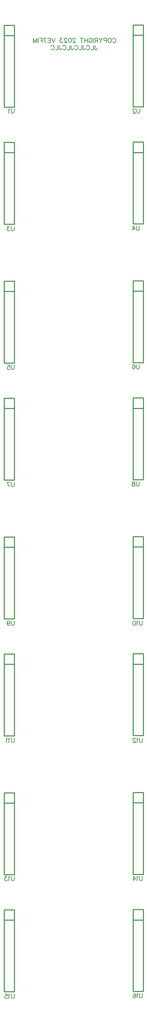
<source format=gbo>
G04 Layer: BottomSilkscreenLayer*
G04 EasyEDA v6.5.34, 2023-09-06 22:56:04*
G04 2fa0d92a81ff4a44aa565c36b1e7baf9,5a6b42c53f6a479593ecc07194224c93,10*
G04 Gerber Generator version 0.2*
G04 Scale: 100 percent, Rotated: No, Reflected: No *
G04 Dimensions in millimeters *
G04 leading zeros omitted , absolute positions ,4 integer and 5 decimal *
%FSLAX45Y45*%
%MOMM*%

%ADD10C,0.1520*%
%ADD11C,0.1524*%
%ADD12C,0.2540*%

%LPD*%
D10*
X7555344Y26340838D02*
G01*
X7555344Y26257712D01*
X7560541Y26242124D01*
X7565735Y26236929D01*
X7576126Y26231735D01*
X7586517Y26231735D01*
X7596908Y26236929D01*
X7602105Y26242124D01*
X7607300Y26257712D01*
X7607300Y26268103D01*
X7521054Y26340838D02*
G01*
X7521054Y26231735D01*
X7521054Y26231735D02*
G01*
X7458709Y26231735D01*
X7346487Y26314862D02*
G01*
X7351684Y26325253D01*
X7362075Y26335644D01*
X7372464Y26340838D01*
X7393246Y26340838D01*
X7403637Y26335644D01*
X7414028Y26325253D01*
X7419225Y26314862D01*
X7424420Y26299274D01*
X7424420Y26273297D01*
X7419225Y26257712D01*
X7414028Y26247321D01*
X7403637Y26236929D01*
X7393246Y26231735D01*
X7372464Y26231735D01*
X7362075Y26236929D01*
X7351684Y26247321D01*
X7346487Y26257712D01*
X7260244Y26340838D02*
G01*
X7260244Y26257712D01*
X7265438Y26242124D01*
X7270635Y26236929D01*
X7281024Y26231735D01*
X7291415Y26231735D01*
X7301806Y26236929D01*
X7307003Y26242124D01*
X7312197Y26257712D01*
X7312197Y26268103D01*
X7225954Y26340838D02*
G01*
X7225954Y26231735D01*
X7225954Y26231735D02*
G01*
X7163607Y26231735D01*
X7051385Y26314862D02*
G01*
X7056582Y26325253D01*
X7066973Y26335644D01*
X7077364Y26340838D01*
X7098144Y26340838D01*
X7108535Y26335644D01*
X7118926Y26325253D01*
X7124123Y26314862D01*
X7129317Y26299274D01*
X7129317Y26273297D01*
X7124123Y26257712D01*
X7118926Y26247321D01*
X7108535Y26236929D01*
X7098144Y26231735D01*
X7077364Y26231735D01*
X7066973Y26236929D01*
X7056582Y26247321D01*
X7051385Y26257712D01*
X6965142Y26340838D02*
G01*
X6965142Y26257712D01*
X6970336Y26242124D01*
X6975533Y26236929D01*
X6985924Y26231735D01*
X6996315Y26231735D01*
X7006704Y26236929D01*
X7011901Y26242124D01*
X7017095Y26257712D01*
X7017095Y26268103D01*
X6930852Y26340838D02*
G01*
X6930852Y26231735D01*
X6930852Y26231735D02*
G01*
X6868505Y26231735D01*
X6756285Y26314862D02*
G01*
X6761479Y26325253D01*
X6771871Y26335644D01*
X6782262Y26340838D01*
X6803044Y26340838D01*
X6813435Y26335644D01*
X6823824Y26325253D01*
X6829021Y26314862D01*
X6834215Y26299274D01*
X6834215Y26273297D01*
X6829021Y26257712D01*
X6823824Y26247321D01*
X6813435Y26236929D01*
X6803044Y26231735D01*
X6782262Y26231735D01*
X6771871Y26236929D01*
X6761479Y26247321D01*
X6756285Y26257712D01*
X6670040Y26340838D02*
G01*
X6670040Y26257712D01*
X6675234Y26242124D01*
X6680431Y26236929D01*
X6690822Y26231735D01*
X6701213Y26231735D01*
X6711604Y26236929D01*
X6716798Y26242124D01*
X6721995Y26257712D01*
X6721995Y26268103D01*
X6635750Y26340838D02*
G01*
X6635750Y26231735D01*
X6635750Y26231735D02*
G01*
X6573405Y26231735D01*
X6461183Y26314862D02*
G01*
X6466377Y26325253D01*
X6476768Y26335644D01*
X6487159Y26340838D01*
X6507942Y26340838D01*
X6518333Y26335644D01*
X6528724Y26325253D01*
X6533918Y26314862D01*
X6539115Y26299274D01*
X6539115Y26273297D01*
X6533918Y26257712D01*
X6528724Y26247321D01*
X6518333Y26236929D01*
X6507942Y26231735D01*
X6487159Y26231735D01*
X6476768Y26236929D01*
X6466377Y26247321D01*
X6461183Y26257712D01*
D11*
X7999267Y26492662D02*
G01*
X8004464Y26503053D01*
X8014855Y26513444D01*
X8025244Y26518638D01*
X8046026Y26518638D01*
X8056417Y26513444D01*
X8066808Y26503053D01*
X8072005Y26492662D01*
X8077200Y26477074D01*
X8077200Y26451097D01*
X8072005Y26435512D01*
X8066808Y26425121D01*
X8056417Y26414729D01*
X8046026Y26409535D01*
X8025244Y26409535D01*
X8014855Y26414729D01*
X8004464Y26425121D01*
X7999267Y26435512D01*
X7933804Y26518638D02*
G01*
X7944195Y26513444D01*
X7954586Y26503053D01*
X7959783Y26492662D01*
X7964977Y26477074D01*
X7964977Y26451097D01*
X7959783Y26435512D01*
X7954586Y26425121D01*
X7944195Y26414729D01*
X7933804Y26409535D01*
X7913024Y26409535D01*
X7902633Y26414729D01*
X7892242Y26425121D01*
X7887045Y26435512D01*
X7881851Y26451097D01*
X7881851Y26477074D01*
X7887045Y26492662D01*
X7892242Y26503053D01*
X7902633Y26513444D01*
X7913024Y26518638D01*
X7933804Y26518638D01*
X7847561Y26518638D02*
G01*
X7847561Y26409535D01*
X7847561Y26518638D02*
G01*
X7800802Y26518638D01*
X7785214Y26513444D01*
X7780020Y26508247D01*
X7774825Y26497856D01*
X7774825Y26482271D01*
X7780020Y26471879D01*
X7785214Y26466685D01*
X7800802Y26461488D01*
X7847561Y26461488D01*
X7740535Y26518638D02*
G01*
X7698971Y26466685D01*
X7698971Y26409535D01*
X7657406Y26518638D02*
G01*
X7698971Y26466685D01*
X7623116Y26518638D02*
G01*
X7623116Y26409535D01*
X7623116Y26518638D02*
G01*
X7576357Y26518638D01*
X7560772Y26513444D01*
X7555575Y26508247D01*
X7550381Y26497856D01*
X7550381Y26487465D01*
X7555575Y26477074D01*
X7560772Y26471879D01*
X7576357Y26466685D01*
X7623116Y26466685D01*
X7586748Y26466685D02*
G01*
X7550381Y26409535D01*
X7516091Y26518638D02*
G01*
X7516091Y26409535D01*
X7403868Y26492662D02*
G01*
X7409065Y26503053D01*
X7419454Y26513444D01*
X7429845Y26518638D01*
X7450627Y26518638D01*
X7461018Y26513444D01*
X7471409Y26503053D01*
X7476604Y26492662D01*
X7481801Y26477074D01*
X7481801Y26451097D01*
X7476604Y26435512D01*
X7471409Y26425121D01*
X7461018Y26414729D01*
X7450627Y26409535D01*
X7429845Y26409535D01*
X7419454Y26414729D01*
X7409065Y26425121D01*
X7403868Y26435512D01*
X7403868Y26451097D01*
X7429845Y26451097D02*
G01*
X7403868Y26451097D01*
X7369578Y26518638D02*
G01*
X7369578Y26409535D01*
X7296843Y26518638D02*
G01*
X7296843Y26409535D01*
X7369578Y26466685D02*
G01*
X7296843Y26466685D01*
X7226185Y26518638D02*
G01*
X7226185Y26409535D01*
X7262553Y26518638D02*
G01*
X7189815Y26518638D01*
X7070321Y26492662D02*
G01*
X7070321Y26497856D01*
X7065124Y26508247D01*
X7059929Y26513444D01*
X7049538Y26518638D01*
X7028756Y26518638D01*
X7018365Y26513444D01*
X7013171Y26508247D01*
X7007974Y26497856D01*
X7007974Y26487465D01*
X7013171Y26477074D01*
X7023562Y26461488D01*
X7075515Y26409535D01*
X7002779Y26409535D01*
X6937316Y26518638D02*
G01*
X6952904Y26513444D01*
X6963295Y26497856D01*
X6968490Y26471879D01*
X6968490Y26456294D01*
X6963295Y26430315D01*
X6952904Y26414729D01*
X6937316Y26409535D01*
X6926925Y26409535D01*
X6911340Y26414729D01*
X6900948Y26430315D01*
X6895754Y26456294D01*
X6895754Y26471879D01*
X6900948Y26497856D01*
X6911340Y26513444D01*
X6926925Y26518638D01*
X6937316Y26518638D01*
X6856267Y26492662D02*
G01*
X6856267Y26497856D01*
X6851073Y26508247D01*
X6845876Y26513444D01*
X6835485Y26518638D01*
X6814705Y26518638D01*
X6804314Y26513444D01*
X6799117Y26508247D01*
X6793923Y26497856D01*
X6793923Y26487465D01*
X6799117Y26477074D01*
X6809508Y26461488D01*
X6861464Y26409535D01*
X6788726Y26409535D01*
X6744045Y26518638D02*
G01*
X6686895Y26518638D01*
X6718068Y26477074D01*
X6702483Y26477074D01*
X6692092Y26471879D01*
X6686895Y26466685D01*
X6681701Y26451097D01*
X6681701Y26440706D01*
X6686895Y26425121D01*
X6697286Y26414729D01*
X6712874Y26409535D01*
X6728459Y26409535D01*
X6744045Y26414729D01*
X6749242Y26419924D01*
X6754436Y26430315D01*
X6567401Y26518638D02*
G01*
X6525836Y26409535D01*
X6484274Y26518638D02*
G01*
X6525836Y26409535D01*
X6449984Y26518638D02*
G01*
X6449984Y26409535D01*
X6449984Y26518638D02*
G01*
X6382443Y26518638D01*
X6449984Y26466685D02*
G01*
X6408420Y26466685D01*
X6449984Y26409535D02*
G01*
X6382443Y26409535D01*
X6275415Y26518638D02*
G01*
X6327371Y26409535D01*
X6348153Y26518638D02*
G01*
X6275415Y26518638D01*
X6241125Y26518638D02*
G01*
X6241125Y26409535D01*
X6241125Y26518638D02*
G01*
X6173584Y26518638D01*
X6241125Y26466685D02*
G01*
X6199563Y26466685D01*
X6139294Y26518638D02*
G01*
X6139294Y26409535D01*
X6105004Y26518638D02*
G01*
X6105004Y26409535D01*
X6105004Y26518638D02*
G01*
X6063442Y26409535D01*
X6021877Y26518638D02*
G01*
X6063442Y26409535D01*
X6021877Y26518638D02*
G01*
X6021877Y26409535D01*
X5549900Y24766038D02*
G01*
X5549900Y24688106D01*
X5544705Y24672521D01*
X5534314Y24662129D01*
X5518726Y24656935D01*
X5508335Y24656935D01*
X5492750Y24662129D01*
X5482358Y24672521D01*
X5477164Y24688106D01*
X5477164Y24766038D01*
X5442874Y24745256D02*
G01*
X5432483Y24750453D01*
X5416895Y24766038D01*
X5416895Y24656935D01*
X8661400Y21857738D02*
G01*
X8661400Y21779806D01*
X8656205Y21764221D01*
X8645814Y21753829D01*
X8630226Y21748635D01*
X8619835Y21748635D01*
X8604250Y21753829D01*
X8593858Y21764221D01*
X8588664Y21779806D01*
X8588664Y21857738D01*
X8502418Y21857738D02*
G01*
X8554374Y21785003D01*
X8476442Y21785003D01*
X8502418Y21857738D02*
G01*
X8502418Y21748635D01*
X5549900Y21845038D02*
G01*
X5549900Y21767106D01*
X5544705Y21751521D01*
X5534314Y21741129D01*
X5518726Y21735935D01*
X5508335Y21735935D01*
X5492750Y21741129D01*
X5482358Y21751521D01*
X5477164Y21767106D01*
X5477164Y21845038D01*
X5432483Y21845038D02*
G01*
X5375333Y21845038D01*
X5406504Y21803474D01*
X5390918Y21803474D01*
X5380527Y21798279D01*
X5375333Y21793085D01*
X5370136Y21777497D01*
X5370136Y21767106D01*
X5375333Y21751521D01*
X5385724Y21741129D01*
X5401309Y21735935D01*
X5416895Y21735935D01*
X5432483Y21741129D01*
X5437677Y21746324D01*
X5442874Y21756715D01*
X8661400Y18416038D02*
G01*
X8661400Y18338106D01*
X8656205Y18322521D01*
X8645814Y18312129D01*
X8630226Y18306935D01*
X8619835Y18306935D01*
X8604250Y18312129D01*
X8593858Y18322521D01*
X8588664Y18338106D01*
X8588664Y18416038D01*
X8492027Y18400453D02*
G01*
X8497224Y18410844D01*
X8512809Y18416038D01*
X8523201Y18416038D01*
X8538786Y18410844D01*
X8549177Y18395256D01*
X8554374Y18369279D01*
X8554374Y18343303D01*
X8549177Y18322521D01*
X8538786Y18312129D01*
X8523201Y18306935D01*
X8518004Y18306935D01*
X8502418Y18312129D01*
X8492027Y18322521D01*
X8486833Y18338106D01*
X8486833Y18343303D01*
X8492027Y18358888D01*
X8502418Y18369279D01*
X8518004Y18374474D01*
X8523201Y18374474D01*
X8538786Y18369279D01*
X8549177Y18358888D01*
X8554374Y18343303D01*
X5549900Y15495038D02*
G01*
X5549900Y15417106D01*
X5544705Y15401521D01*
X5534314Y15391129D01*
X5518726Y15385935D01*
X5508335Y15385935D01*
X5492750Y15391129D01*
X5482358Y15401521D01*
X5477164Y15417106D01*
X5477164Y15495038D01*
X5370136Y15495038D02*
G01*
X5422092Y15385935D01*
X5442874Y15495038D02*
G01*
X5370136Y15495038D01*
X8661400Y15507738D02*
G01*
X8661400Y15429806D01*
X8656205Y15414221D01*
X8645814Y15403829D01*
X8630226Y15398635D01*
X8619835Y15398635D01*
X8604250Y15403829D01*
X8593858Y15414221D01*
X8588664Y15429806D01*
X8588664Y15507738D01*
X8528395Y15507738D02*
G01*
X8543983Y15502544D01*
X8549177Y15492153D01*
X8549177Y15481762D01*
X8543983Y15471371D01*
X8533592Y15466174D01*
X8512809Y15460979D01*
X8497224Y15455785D01*
X8486833Y15445394D01*
X8481636Y15435003D01*
X8481636Y15419415D01*
X8486833Y15409024D01*
X8492027Y15403829D01*
X8507615Y15398635D01*
X8528395Y15398635D01*
X8543983Y15403829D01*
X8549177Y15409024D01*
X8554374Y15419415D01*
X8554374Y15435003D01*
X8549177Y15445394D01*
X8538786Y15455785D01*
X8523201Y15460979D01*
X8502418Y15466174D01*
X8492027Y15471371D01*
X8486833Y15481762D01*
X8486833Y15492153D01*
X8492027Y15502544D01*
X8507615Y15507738D01*
X8528395Y15507738D01*
X5549900Y18403338D02*
G01*
X5549900Y18325406D01*
X5544705Y18309821D01*
X5534314Y18299429D01*
X5518726Y18294235D01*
X5508335Y18294235D01*
X5492750Y18299429D01*
X5482358Y18309821D01*
X5477164Y18325406D01*
X5477164Y18403338D01*
X5380527Y18403338D02*
G01*
X5432483Y18403338D01*
X5437677Y18356579D01*
X5432483Y18361774D01*
X5416895Y18366971D01*
X5401309Y18366971D01*
X5385724Y18361774D01*
X5375333Y18351385D01*
X5370136Y18335797D01*
X5370136Y18325406D01*
X5375333Y18309821D01*
X5385724Y18299429D01*
X5401309Y18294235D01*
X5416895Y18294235D01*
X5432483Y18299429D01*
X5437677Y18304624D01*
X5442874Y18315015D01*
X8737600Y12053338D02*
G01*
X8737600Y11975406D01*
X8732405Y11959821D01*
X8722014Y11949429D01*
X8706426Y11944235D01*
X8696035Y11944235D01*
X8680450Y11949429D01*
X8670058Y11959821D01*
X8664864Y11975406D01*
X8664864Y12053338D01*
X8630574Y12032556D02*
G01*
X8620183Y12037753D01*
X8604595Y12053338D01*
X8604595Y11944235D01*
X8539134Y12053338D02*
G01*
X8554720Y12048144D01*
X8565111Y12032556D01*
X8570305Y12006579D01*
X8570305Y11990994D01*
X8565111Y11965015D01*
X8554720Y11949429D01*
X8539134Y11944235D01*
X8528743Y11944235D01*
X8513155Y11949429D01*
X8502764Y11965015D01*
X8497570Y11990994D01*
X8497570Y12006579D01*
X8502764Y12032556D01*
X8513155Y12048144D01*
X8528743Y12053338D01*
X8539134Y12053338D01*
X5549900Y9145038D02*
G01*
X5549900Y9067106D01*
X5544705Y9051521D01*
X5534314Y9041129D01*
X5518726Y9035935D01*
X5508335Y9035935D01*
X5492750Y9041129D01*
X5482358Y9051521D01*
X5477164Y9067106D01*
X5477164Y9145038D01*
X5442874Y9124256D02*
G01*
X5432483Y9129453D01*
X5416895Y9145038D01*
X5416895Y9035935D01*
X5382605Y9124256D02*
G01*
X5372214Y9129453D01*
X5356628Y9145038D01*
X5356628Y9035935D01*
X8737600Y9145038D02*
G01*
X8737600Y9067106D01*
X8732405Y9051521D01*
X8722014Y9041129D01*
X8706426Y9035935D01*
X8696035Y9035935D01*
X8680450Y9041129D01*
X8670058Y9051521D01*
X8664864Y9067106D01*
X8664864Y9145038D01*
X8630574Y9124256D02*
G01*
X8620183Y9129453D01*
X8604595Y9145038D01*
X8604595Y9035935D01*
X8565111Y9119062D02*
G01*
X8565111Y9124256D01*
X8559914Y9134647D01*
X8554720Y9139844D01*
X8544328Y9145038D01*
X8523546Y9145038D01*
X8513155Y9139844D01*
X8507961Y9134647D01*
X8502764Y9124256D01*
X8502764Y9113865D01*
X8507961Y9103474D01*
X8518352Y9087888D01*
X8570305Y9035935D01*
X8497570Y9035935D01*
X5549900Y12053338D02*
G01*
X5549900Y11975406D01*
X5544705Y11959821D01*
X5534314Y11949429D01*
X5518726Y11944235D01*
X5508335Y11944235D01*
X5492750Y11949429D01*
X5482358Y11959821D01*
X5477164Y11975406D01*
X5477164Y12053338D01*
X5375333Y12016971D02*
G01*
X5380527Y12001385D01*
X5390918Y11990994D01*
X5406504Y11985797D01*
X5411701Y11985797D01*
X5427286Y11990994D01*
X5437677Y12001385D01*
X5442874Y12016971D01*
X5442874Y12022165D01*
X5437677Y12037753D01*
X5427286Y12048144D01*
X5411701Y12053338D01*
X5406504Y12053338D01*
X5390918Y12048144D01*
X5380527Y12037753D01*
X5375333Y12016971D01*
X5375333Y11990994D01*
X5380527Y11965015D01*
X5390918Y11949429D01*
X5406504Y11944235D01*
X5416895Y11944235D01*
X5432483Y11949429D01*
X5437677Y11959821D01*
X8737600Y5716038D02*
G01*
X8737600Y5638106D01*
X8732405Y5622521D01*
X8722014Y5612129D01*
X8706426Y5606935D01*
X8696035Y5606935D01*
X8680450Y5612129D01*
X8670058Y5622521D01*
X8664864Y5638106D01*
X8664864Y5716038D01*
X8630574Y5695256D02*
G01*
X8620183Y5700453D01*
X8604595Y5716038D01*
X8604595Y5606935D01*
X8518352Y5716038D02*
G01*
X8570305Y5643303D01*
X8492375Y5643303D01*
X8518352Y5716038D02*
G01*
X8518352Y5606935D01*
X5549900Y2795038D02*
G01*
X5549900Y2717106D01*
X5544705Y2701521D01*
X5534314Y2691129D01*
X5518726Y2685935D01*
X5508335Y2685935D01*
X5492750Y2691129D01*
X5482358Y2701521D01*
X5477164Y2717106D01*
X5477164Y2795038D01*
X5442874Y2774256D02*
G01*
X5432483Y2779453D01*
X5416895Y2795038D01*
X5416895Y2685935D01*
X5320261Y2795038D02*
G01*
X5372214Y2795038D01*
X5377411Y2748279D01*
X5372214Y2753474D01*
X5356628Y2758671D01*
X5341043Y2758671D01*
X5325455Y2753474D01*
X5315064Y2743085D01*
X5309870Y2727497D01*
X5309870Y2717106D01*
X5315064Y2701521D01*
X5325455Y2691129D01*
X5341043Y2685935D01*
X5356628Y2685935D01*
X5372214Y2691129D01*
X5377411Y2696324D01*
X5382605Y2706715D01*
X8737600Y2807738D02*
G01*
X8737600Y2729806D01*
X8732405Y2714221D01*
X8722014Y2703829D01*
X8706426Y2698635D01*
X8696035Y2698635D01*
X8680450Y2703829D01*
X8670058Y2714221D01*
X8664864Y2729806D01*
X8664864Y2807738D01*
X8630574Y2786956D02*
G01*
X8620183Y2792153D01*
X8604595Y2807738D01*
X8604595Y2698635D01*
X8507961Y2792153D02*
G01*
X8513155Y2802544D01*
X8528743Y2807738D01*
X8539134Y2807738D01*
X8554720Y2802544D01*
X8565111Y2786956D01*
X8570305Y2760979D01*
X8570305Y2735003D01*
X8565111Y2714221D01*
X8554720Y2703829D01*
X8539134Y2698635D01*
X8533937Y2698635D01*
X8518352Y2703829D01*
X8507961Y2714221D01*
X8502764Y2729806D01*
X8502764Y2735003D01*
X8507961Y2750588D01*
X8518352Y2760979D01*
X8533937Y2766174D01*
X8539134Y2766174D01*
X8554720Y2760979D01*
X8565111Y2750588D01*
X8570305Y2735003D01*
X5549900Y5716038D02*
G01*
X5549900Y5638106D01*
X5544705Y5622521D01*
X5534314Y5612129D01*
X5518726Y5606935D01*
X5508335Y5606935D01*
X5492750Y5612129D01*
X5482358Y5622521D01*
X5477164Y5638106D01*
X5477164Y5716038D01*
X5442874Y5695256D02*
G01*
X5432483Y5700453D01*
X5416895Y5716038D01*
X5416895Y5606935D01*
X5372214Y5716038D02*
G01*
X5315064Y5716038D01*
X5346237Y5674474D01*
X5330652Y5674474D01*
X5320261Y5669279D01*
X5315064Y5664085D01*
X5309870Y5648497D01*
X5309870Y5638106D01*
X5315064Y5622521D01*
X5325455Y5612129D01*
X5341043Y5606935D01*
X5356628Y5606935D01*
X5372214Y5612129D01*
X5377411Y5617324D01*
X5382605Y5627715D01*
X8674100Y24766038D02*
G01*
X8674100Y24688106D01*
X8668905Y24672521D01*
X8658514Y24662129D01*
X8642926Y24656935D01*
X8632535Y24656935D01*
X8616950Y24662129D01*
X8606558Y24672521D01*
X8601364Y24688106D01*
X8601364Y24766038D01*
X8561877Y24740062D02*
G01*
X8561877Y24745256D01*
X8556683Y24755647D01*
X8551486Y24760844D01*
X8541095Y24766038D01*
X8520315Y24766038D01*
X8509924Y24760844D01*
X8504727Y24755647D01*
X8499533Y24745256D01*
X8499533Y24734865D01*
X8504727Y24724474D01*
X8515118Y24708888D01*
X8567074Y24656935D01*
X8494336Y24656935D01*
D12*
X5294302Y24810671D02*
G01*
X5548302Y24810671D01*
X5548302Y26842666D01*
X5294302Y26842666D01*
X5294302Y24810671D01*
X5294302Y26586317D02*
G01*
X5548302Y26586317D01*
X8502500Y21907502D02*
G01*
X8756500Y21907502D01*
X8756500Y23939497D01*
X8502500Y23939497D01*
X8502500Y21907502D01*
X8502500Y23683147D02*
G01*
X8756500Y23683147D01*
X5294302Y21902371D02*
G01*
X5548302Y21902371D01*
X5548302Y23934366D01*
X5294302Y23934366D01*
X5294302Y21902371D01*
X5294302Y23678017D02*
G01*
X5548302Y23678017D01*
X8502500Y18465802D02*
G01*
X8756500Y18465802D01*
X8756500Y20497797D01*
X8502500Y20497797D01*
X8502500Y18465802D01*
X8502500Y20241447D02*
G01*
X8756500Y20241447D01*
X5294302Y15552371D02*
G01*
X5548302Y15552371D01*
X5548302Y17584366D01*
X5294302Y17584366D01*
X5294302Y15552371D01*
X5294302Y17328017D02*
G01*
X5548302Y17328017D01*
X8502500Y15557502D02*
G01*
X8756500Y15557502D01*
X8756500Y17589497D01*
X8502500Y17589497D01*
X8502500Y15557502D01*
X8502500Y17333147D02*
G01*
X8756500Y17333147D01*
X5294302Y18460671D02*
G01*
X5548302Y18460671D01*
X5548302Y20492666D01*
X5294302Y20492666D01*
X5294302Y18460671D01*
X5294302Y20236317D02*
G01*
X5548302Y20236317D01*
X8502500Y12115802D02*
G01*
X8756500Y12115802D01*
X8756500Y14147797D01*
X8502500Y14147797D01*
X8502500Y12115802D01*
X8502500Y13891447D02*
G01*
X8756500Y13891447D01*
X5294302Y9202371D02*
G01*
X5548302Y9202371D01*
X5548302Y11234366D01*
X5294302Y11234366D01*
X5294302Y9202371D01*
X5294302Y10978017D02*
G01*
X5548302Y10978017D01*
X8502500Y9207502D02*
G01*
X8756500Y9207502D01*
X8756500Y11239497D01*
X8502500Y11239497D01*
X8502500Y9207502D01*
X8502500Y10983147D02*
G01*
X8756500Y10983147D01*
X5294302Y12110671D02*
G01*
X5548302Y12110671D01*
X5548302Y14142666D01*
X5294302Y14142666D01*
X5294302Y12110671D01*
X5294302Y13886317D02*
G01*
X5548302Y13886317D01*
X8502500Y5765802D02*
G01*
X8756500Y5765802D01*
X8756500Y7797797D01*
X8502500Y7797797D01*
X8502500Y5765802D01*
X8502500Y7541447D02*
G01*
X8756500Y7541447D01*
X5294302Y2852371D02*
G01*
X5548302Y2852371D01*
X5548302Y4884366D01*
X5294302Y4884366D01*
X5294302Y2852371D01*
X5294302Y4628017D02*
G01*
X5548302Y4628017D01*
X8502500Y2857502D02*
G01*
X8756500Y2857502D01*
X8756500Y4889497D01*
X8502500Y4889497D01*
X8502500Y2857502D01*
X8502500Y4633147D02*
G01*
X8756500Y4633147D01*
X5294302Y5760671D02*
G01*
X5548302Y5760671D01*
X5548302Y7792666D01*
X5294302Y7792666D01*
X5294302Y5760671D01*
X5294302Y7536317D02*
G01*
X5548302Y7536317D01*
X8502500Y24815802D02*
G01*
X8756500Y24815802D01*
X8756500Y26847797D01*
X8502500Y26847797D01*
X8502500Y24815802D01*
X8502500Y26591447D02*
G01*
X8756500Y26591447D01*
M02*

</source>
